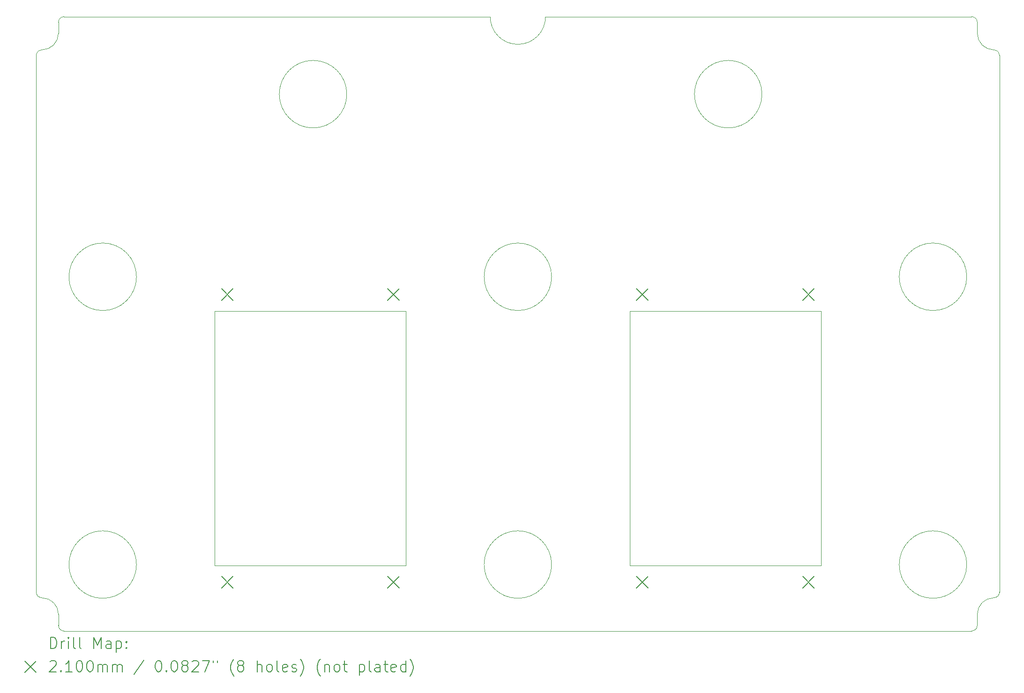
<source format=gbr>
%TF.GenerationSoftware,KiCad,Pcbnew,8.0.4+1*%
%TF.CreationDate,2024-10-06T15:40:00+00:00*%
%TF.ProjectId,pedalboard-display,70656461-6c62-46f6-9172-642d64697370,0.0.0-RC1*%
%TF.SameCoordinates,Original*%
%TF.FileFunction,Drillmap*%
%TF.FilePolarity,Positive*%
%FSLAX45Y45*%
G04 Gerber Fmt 4.5, Leading zero omitted, Abs format (unit mm)*
G04 Created by KiCad (PCBNEW 8.0.4+1) date 2024-10-06 15:40:00*
%MOMM*%
%LPD*%
G01*
G04 APERTURE LIST*
%ADD10C,0.100000*%
%ADD11C,0.050000*%
%ADD12C,0.200000*%
%ADD13C,0.210000*%
G04 APERTURE END LIST*
D10*
X2500000Y-13600000D02*
X11200000Y-13600000D01*
X18810000Y-12400000D02*
G75*
G02*
X17590000Y-12400000I-610000J0D01*
G01*
X17590000Y-12400000D02*
G75*
G02*
X18810000Y-12400000I610000J0D01*
G01*
X2400000Y-2600000D02*
G75*
G02*
X2500000Y-2500000I100000J0D01*
G01*
X2000000Y-3200000D02*
G75*
G02*
X2100000Y-3100000I100000J0D01*
G01*
X12420000Y-2500000D02*
X18900000Y-2500000D01*
X2400000Y-13300000D02*
X2400000Y-13500000D01*
X19000000Y-2600000D02*
X19000000Y-2800000D01*
X19300000Y-3100000D02*
G75*
G02*
X19400000Y-3200000I0J-100000D01*
G01*
X2100000Y-13000000D02*
G75*
G02*
X2000000Y-12900000I0J100000D01*
G01*
X11200000Y-2500000D02*
G75*
G02*
X10200000Y-2500000I-500000J0D01*
G01*
X11200000Y-13600000D02*
X18900000Y-13600000D01*
X15110000Y-3900000D02*
G75*
G02*
X13890000Y-3900000I-610000J0D01*
G01*
X13890000Y-3900000D02*
G75*
G02*
X15110000Y-3900000I610000J0D01*
G01*
X2400000Y-2800000D02*
G75*
G02*
X2100000Y-3100000I-300000J0D01*
G01*
X9420000Y-2500000D02*
X10200000Y-2500000D01*
X7610000Y-3900000D02*
G75*
G02*
X6390000Y-3900000I-610000J0D01*
G01*
X6390000Y-3900000D02*
G75*
G02*
X7610000Y-3900000I610000J0D01*
G01*
X18810000Y-7200000D02*
G75*
G02*
X17590000Y-7200000I-610000J0D01*
G01*
X17590000Y-7200000D02*
G75*
G02*
X18810000Y-7200000I610000J0D01*
G01*
X3810000Y-12400000D02*
G75*
G02*
X2590000Y-12400000I-610000J0D01*
G01*
X2590000Y-12400000D02*
G75*
G02*
X3810000Y-12400000I610000J0D01*
G01*
X11310000Y-7200000D02*
G75*
G02*
X10090000Y-7200000I-610000J0D01*
G01*
X10090000Y-7200000D02*
G75*
G02*
X11310000Y-7200000I610000J0D01*
G01*
X19400000Y-3200000D02*
X19400000Y-12900000D01*
X19000000Y-13500000D02*
G75*
G02*
X18900000Y-13600000I-100000J0D01*
G01*
X3810000Y-7200000D02*
G75*
G02*
X2590000Y-7200000I-610000J0D01*
G01*
X2590000Y-7200000D02*
G75*
G02*
X3810000Y-7200000I610000J0D01*
G01*
X11200000Y-2500000D02*
X12420000Y-2500000D01*
X2500000Y-13600000D02*
G75*
G02*
X2400000Y-13500000I0J100000D01*
G01*
X19400000Y-12900000D02*
G75*
G02*
X19300000Y-13000000I-100000J0D01*
G01*
X18900000Y-2500000D02*
G75*
G02*
X19000000Y-2600000I0J-100000D01*
G01*
X19300000Y-3100000D02*
G75*
G02*
X19000000Y-2800000I0J300000D01*
G01*
X2000000Y-12900000D02*
X2000000Y-3200000D01*
X9420000Y-2500000D02*
X2500000Y-2500000D01*
X19000000Y-13300000D02*
X19000000Y-13500000D01*
X19000000Y-13300000D02*
G75*
G02*
X19300000Y-13000000I300000J0D01*
G01*
X2400000Y-2600000D02*
X2400000Y-2800000D01*
X11310000Y-12400000D02*
G75*
G02*
X10090000Y-12400000I-610000J0D01*
G01*
X10090000Y-12400000D02*
G75*
G02*
X11310000Y-12400000I610000J0D01*
G01*
X2100000Y-13000000D02*
G75*
G02*
X2400000Y-13300000I0J-300000D01*
G01*
D11*
X5220000Y-7820000D02*
X8680000Y-7820000D01*
X8680000Y-12420000D01*
X5220000Y-12420000D01*
X5220000Y-7820000D01*
X12720000Y-7820000D02*
X16180000Y-7820000D01*
X16180000Y-12420000D01*
X12720000Y-12420000D01*
X12720000Y-7820000D01*
D12*
D13*
X5345000Y-7415000D02*
X5555000Y-7625000D01*
X5555000Y-7415000D02*
X5345000Y-7625000D01*
X5345000Y-12615000D02*
X5555000Y-12825000D01*
X5555000Y-12615000D02*
X5345000Y-12825000D01*
X8345000Y-7415000D02*
X8555000Y-7625000D01*
X8555000Y-7415000D02*
X8345000Y-7625000D01*
X8345000Y-12615000D02*
X8555000Y-12825000D01*
X8555000Y-12615000D02*
X8345000Y-12825000D01*
X12845000Y-7415000D02*
X13055000Y-7625000D01*
X13055000Y-7415000D02*
X12845000Y-7625000D01*
X12845000Y-12615000D02*
X13055000Y-12825000D01*
X13055000Y-12615000D02*
X12845000Y-12825000D01*
X15845000Y-7415000D02*
X16055000Y-7625000D01*
X16055000Y-7415000D02*
X15845000Y-7625000D01*
X15845000Y-12615000D02*
X16055000Y-12825000D01*
X16055000Y-12615000D02*
X15845000Y-12825000D01*
D12*
X2255777Y-13916484D02*
X2255777Y-13716484D01*
X2255777Y-13716484D02*
X2303396Y-13716484D01*
X2303396Y-13716484D02*
X2331967Y-13726008D01*
X2331967Y-13726008D02*
X2351015Y-13745055D01*
X2351015Y-13745055D02*
X2360539Y-13764103D01*
X2360539Y-13764103D02*
X2370063Y-13802198D01*
X2370063Y-13802198D02*
X2370063Y-13830769D01*
X2370063Y-13830769D02*
X2360539Y-13868865D01*
X2360539Y-13868865D02*
X2351015Y-13887912D01*
X2351015Y-13887912D02*
X2331967Y-13906960D01*
X2331967Y-13906960D02*
X2303396Y-13916484D01*
X2303396Y-13916484D02*
X2255777Y-13916484D01*
X2455777Y-13916484D02*
X2455777Y-13783150D01*
X2455777Y-13821246D02*
X2465301Y-13802198D01*
X2465301Y-13802198D02*
X2474824Y-13792674D01*
X2474824Y-13792674D02*
X2493872Y-13783150D01*
X2493872Y-13783150D02*
X2512920Y-13783150D01*
X2579586Y-13916484D02*
X2579586Y-13783150D01*
X2579586Y-13716484D02*
X2570063Y-13726008D01*
X2570063Y-13726008D02*
X2579586Y-13735531D01*
X2579586Y-13735531D02*
X2589110Y-13726008D01*
X2589110Y-13726008D02*
X2579586Y-13716484D01*
X2579586Y-13716484D02*
X2579586Y-13735531D01*
X2703396Y-13916484D02*
X2684348Y-13906960D01*
X2684348Y-13906960D02*
X2674824Y-13887912D01*
X2674824Y-13887912D02*
X2674824Y-13716484D01*
X2808158Y-13916484D02*
X2789110Y-13906960D01*
X2789110Y-13906960D02*
X2779586Y-13887912D01*
X2779586Y-13887912D02*
X2779586Y-13716484D01*
X3036729Y-13916484D02*
X3036729Y-13716484D01*
X3036729Y-13716484D02*
X3103396Y-13859341D01*
X3103396Y-13859341D02*
X3170062Y-13716484D01*
X3170062Y-13716484D02*
X3170062Y-13916484D01*
X3351015Y-13916484D02*
X3351015Y-13811722D01*
X3351015Y-13811722D02*
X3341491Y-13792674D01*
X3341491Y-13792674D02*
X3322443Y-13783150D01*
X3322443Y-13783150D02*
X3284348Y-13783150D01*
X3284348Y-13783150D02*
X3265301Y-13792674D01*
X3351015Y-13906960D02*
X3331967Y-13916484D01*
X3331967Y-13916484D02*
X3284348Y-13916484D01*
X3284348Y-13916484D02*
X3265301Y-13906960D01*
X3265301Y-13906960D02*
X3255777Y-13887912D01*
X3255777Y-13887912D02*
X3255777Y-13868865D01*
X3255777Y-13868865D02*
X3265301Y-13849817D01*
X3265301Y-13849817D02*
X3284348Y-13840293D01*
X3284348Y-13840293D02*
X3331967Y-13840293D01*
X3331967Y-13840293D02*
X3351015Y-13830769D01*
X3446253Y-13783150D02*
X3446253Y-13983150D01*
X3446253Y-13792674D02*
X3465301Y-13783150D01*
X3465301Y-13783150D02*
X3503396Y-13783150D01*
X3503396Y-13783150D02*
X3522443Y-13792674D01*
X3522443Y-13792674D02*
X3531967Y-13802198D01*
X3531967Y-13802198D02*
X3541491Y-13821246D01*
X3541491Y-13821246D02*
X3541491Y-13878388D01*
X3541491Y-13878388D02*
X3531967Y-13897436D01*
X3531967Y-13897436D02*
X3522443Y-13906960D01*
X3522443Y-13906960D02*
X3503396Y-13916484D01*
X3503396Y-13916484D02*
X3465301Y-13916484D01*
X3465301Y-13916484D02*
X3446253Y-13906960D01*
X3627205Y-13897436D02*
X3636729Y-13906960D01*
X3636729Y-13906960D02*
X3627205Y-13916484D01*
X3627205Y-13916484D02*
X3617682Y-13906960D01*
X3617682Y-13906960D02*
X3627205Y-13897436D01*
X3627205Y-13897436D02*
X3627205Y-13916484D01*
X3627205Y-13792674D02*
X3636729Y-13802198D01*
X3636729Y-13802198D02*
X3627205Y-13811722D01*
X3627205Y-13811722D02*
X3617682Y-13802198D01*
X3617682Y-13802198D02*
X3627205Y-13792674D01*
X3627205Y-13792674D02*
X3627205Y-13811722D01*
X1795000Y-14145000D02*
X1995000Y-14345000D01*
X1995000Y-14145000D02*
X1795000Y-14345000D01*
X2246253Y-14155531D02*
X2255777Y-14146008D01*
X2255777Y-14146008D02*
X2274824Y-14136484D01*
X2274824Y-14136484D02*
X2322444Y-14136484D01*
X2322444Y-14136484D02*
X2341491Y-14146008D01*
X2341491Y-14146008D02*
X2351015Y-14155531D01*
X2351015Y-14155531D02*
X2360539Y-14174579D01*
X2360539Y-14174579D02*
X2360539Y-14193627D01*
X2360539Y-14193627D02*
X2351015Y-14222198D01*
X2351015Y-14222198D02*
X2236729Y-14336484D01*
X2236729Y-14336484D02*
X2360539Y-14336484D01*
X2446253Y-14317436D02*
X2455777Y-14326960D01*
X2455777Y-14326960D02*
X2446253Y-14336484D01*
X2446253Y-14336484D02*
X2436729Y-14326960D01*
X2436729Y-14326960D02*
X2446253Y-14317436D01*
X2446253Y-14317436D02*
X2446253Y-14336484D01*
X2646253Y-14336484D02*
X2531967Y-14336484D01*
X2589110Y-14336484D02*
X2589110Y-14136484D01*
X2589110Y-14136484D02*
X2570063Y-14165055D01*
X2570063Y-14165055D02*
X2551015Y-14184103D01*
X2551015Y-14184103D02*
X2531967Y-14193627D01*
X2770063Y-14136484D02*
X2789110Y-14136484D01*
X2789110Y-14136484D02*
X2808158Y-14146008D01*
X2808158Y-14146008D02*
X2817682Y-14155531D01*
X2817682Y-14155531D02*
X2827205Y-14174579D01*
X2827205Y-14174579D02*
X2836729Y-14212674D01*
X2836729Y-14212674D02*
X2836729Y-14260293D01*
X2836729Y-14260293D02*
X2827205Y-14298388D01*
X2827205Y-14298388D02*
X2817682Y-14317436D01*
X2817682Y-14317436D02*
X2808158Y-14326960D01*
X2808158Y-14326960D02*
X2789110Y-14336484D01*
X2789110Y-14336484D02*
X2770063Y-14336484D01*
X2770063Y-14336484D02*
X2751015Y-14326960D01*
X2751015Y-14326960D02*
X2741491Y-14317436D01*
X2741491Y-14317436D02*
X2731967Y-14298388D01*
X2731967Y-14298388D02*
X2722444Y-14260293D01*
X2722444Y-14260293D02*
X2722444Y-14212674D01*
X2722444Y-14212674D02*
X2731967Y-14174579D01*
X2731967Y-14174579D02*
X2741491Y-14155531D01*
X2741491Y-14155531D02*
X2751015Y-14146008D01*
X2751015Y-14146008D02*
X2770063Y-14136484D01*
X2960539Y-14136484D02*
X2979586Y-14136484D01*
X2979586Y-14136484D02*
X2998634Y-14146008D01*
X2998634Y-14146008D02*
X3008158Y-14155531D01*
X3008158Y-14155531D02*
X3017682Y-14174579D01*
X3017682Y-14174579D02*
X3027205Y-14212674D01*
X3027205Y-14212674D02*
X3027205Y-14260293D01*
X3027205Y-14260293D02*
X3017682Y-14298388D01*
X3017682Y-14298388D02*
X3008158Y-14317436D01*
X3008158Y-14317436D02*
X2998634Y-14326960D01*
X2998634Y-14326960D02*
X2979586Y-14336484D01*
X2979586Y-14336484D02*
X2960539Y-14336484D01*
X2960539Y-14336484D02*
X2941491Y-14326960D01*
X2941491Y-14326960D02*
X2931967Y-14317436D01*
X2931967Y-14317436D02*
X2922443Y-14298388D01*
X2922443Y-14298388D02*
X2912920Y-14260293D01*
X2912920Y-14260293D02*
X2912920Y-14212674D01*
X2912920Y-14212674D02*
X2922443Y-14174579D01*
X2922443Y-14174579D02*
X2931967Y-14155531D01*
X2931967Y-14155531D02*
X2941491Y-14146008D01*
X2941491Y-14146008D02*
X2960539Y-14136484D01*
X3112920Y-14336484D02*
X3112920Y-14203150D01*
X3112920Y-14222198D02*
X3122443Y-14212674D01*
X3122443Y-14212674D02*
X3141491Y-14203150D01*
X3141491Y-14203150D02*
X3170063Y-14203150D01*
X3170063Y-14203150D02*
X3189110Y-14212674D01*
X3189110Y-14212674D02*
X3198634Y-14231722D01*
X3198634Y-14231722D02*
X3198634Y-14336484D01*
X3198634Y-14231722D02*
X3208158Y-14212674D01*
X3208158Y-14212674D02*
X3227205Y-14203150D01*
X3227205Y-14203150D02*
X3255777Y-14203150D01*
X3255777Y-14203150D02*
X3274824Y-14212674D01*
X3274824Y-14212674D02*
X3284348Y-14231722D01*
X3284348Y-14231722D02*
X3284348Y-14336484D01*
X3379586Y-14336484D02*
X3379586Y-14203150D01*
X3379586Y-14222198D02*
X3389110Y-14212674D01*
X3389110Y-14212674D02*
X3408158Y-14203150D01*
X3408158Y-14203150D02*
X3436729Y-14203150D01*
X3436729Y-14203150D02*
X3455777Y-14212674D01*
X3455777Y-14212674D02*
X3465301Y-14231722D01*
X3465301Y-14231722D02*
X3465301Y-14336484D01*
X3465301Y-14231722D02*
X3474824Y-14212674D01*
X3474824Y-14212674D02*
X3493872Y-14203150D01*
X3493872Y-14203150D02*
X3522443Y-14203150D01*
X3522443Y-14203150D02*
X3541491Y-14212674D01*
X3541491Y-14212674D02*
X3551015Y-14231722D01*
X3551015Y-14231722D02*
X3551015Y-14336484D01*
X3941491Y-14126960D02*
X3770063Y-14384103D01*
X4198634Y-14136484D02*
X4217682Y-14136484D01*
X4217682Y-14136484D02*
X4236729Y-14146008D01*
X4236729Y-14146008D02*
X4246253Y-14155531D01*
X4246253Y-14155531D02*
X4255777Y-14174579D01*
X4255777Y-14174579D02*
X4265301Y-14212674D01*
X4265301Y-14212674D02*
X4265301Y-14260293D01*
X4265301Y-14260293D02*
X4255777Y-14298388D01*
X4255777Y-14298388D02*
X4246253Y-14317436D01*
X4246253Y-14317436D02*
X4236729Y-14326960D01*
X4236729Y-14326960D02*
X4217682Y-14336484D01*
X4217682Y-14336484D02*
X4198634Y-14336484D01*
X4198634Y-14336484D02*
X4179586Y-14326960D01*
X4179586Y-14326960D02*
X4170063Y-14317436D01*
X4170063Y-14317436D02*
X4160539Y-14298388D01*
X4160539Y-14298388D02*
X4151015Y-14260293D01*
X4151015Y-14260293D02*
X4151015Y-14212674D01*
X4151015Y-14212674D02*
X4160539Y-14174579D01*
X4160539Y-14174579D02*
X4170063Y-14155531D01*
X4170063Y-14155531D02*
X4179586Y-14146008D01*
X4179586Y-14146008D02*
X4198634Y-14136484D01*
X4351015Y-14317436D02*
X4360539Y-14326960D01*
X4360539Y-14326960D02*
X4351015Y-14336484D01*
X4351015Y-14336484D02*
X4341491Y-14326960D01*
X4341491Y-14326960D02*
X4351015Y-14317436D01*
X4351015Y-14317436D02*
X4351015Y-14336484D01*
X4484348Y-14136484D02*
X4503396Y-14136484D01*
X4503396Y-14136484D02*
X4522444Y-14146008D01*
X4522444Y-14146008D02*
X4531968Y-14155531D01*
X4531968Y-14155531D02*
X4541491Y-14174579D01*
X4541491Y-14174579D02*
X4551015Y-14212674D01*
X4551015Y-14212674D02*
X4551015Y-14260293D01*
X4551015Y-14260293D02*
X4541491Y-14298388D01*
X4541491Y-14298388D02*
X4531968Y-14317436D01*
X4531968Y-14317436D02*
X4522444Y-14326960D01*
X4522444Y-14326960D02*
X4503396Y-14336484D01*
X4503396Y-14336484D02*
X4484348Y-14336484D01*
X4484348Y-14336484D02*
X4465301Y-14326960D01*
X4465301Y-14326960D02*
X4455777Y-14317436D01*
X4455777Y-14317436D02*
X4446253Y-14298388D01*
X4446253Y-14298388D02*
X4436729Y-14260293D01*
X4436729Y-14260293D02*
X4436729Y-14212674D01*
X4436729Y-14212674D02*
X4446253Y-14174579D01*
X4446253Y-14174579D02*
X4455777Y-14155531D01*
X4455777Y-14155531D02*
X4465301Y-14146008D01*
X4465301Y-14146008D02*
X4484348Y-14136484D01*
X4665301Y-14222198D02*
X4646253Y-14212674D01*
X4646253Y-14212674D02*
X4636729Y-14203150D01*
X4636729Y-14203150D02*
X4627206Y-14184103D01*
X4627206Y-14184103D02*
X4627206Y-14174579D01*
X4627206Y-14174579D02*
X4636729Y-14155531D01*
X4636729Y-14155531D02*
X4646253Y-14146008D01*
X4646253Y-14146008D02*
X4665301Y-14136484D01*
X4665301Y-14136484D02*
X4703396Y-14136484D01*
X4703396Y-14136484D02*
X4722444Y-14146008D01*
X4722444Y-14146008D02*
X4731968Y-14155531D01*
X4731968Y-14155531D02*
X4741491Y-14174579D01*
X4741491Y-14174579D02*
X4741491Y-14184103D01*
X4741491Y-14184103D02*
X4731968Y-14203150D01*
X4731968Y-14203150D02*
X4722444Y-14212674D01*
X4722444Y-14212674D02*
X4703396Y-14222198D01*
X4703396Y-14222198D02*
X4665301Y-14222198D01*
X4665301Y-14222198D02*
X4646253Y-14231722D01*
X4646253Y-14231722D02*
X4636729Y-14241246D01*
X4636729Y-14241246D02*
X4627206Y-14260293D01*
X4627206Y-14260293D02*
X4627206Y-14298388D01*
X4627206Y-14298388D02*
X4636729Y-14317436D01*
X4636729Y-14317436D02*
X4646253Y-14326960D01*
X4646253Y-14326960D02*
X4665301Y-14336484D01*
X4665301Y-14336484D02*
X4703396Y-14336484D01*
X4703396Y-14336484D02*
X4722444Y-14326960D01*
X4722444Y-14326960D02*
X4731968Y-14317436D01*
X4731968Y-14317436D02*
X4741491Y-14298388D01*
X4741491Y-14298388D02*
X4741491Y-14260293D01*
X4741491Y-14260293D02*
X4731968Y-14241246D01*
X4731968Y-14241246D02*
X4722444Y-14231722D01*
X4722444Y-14231722D02*
X4703396Y-14222198D01*
X4817682Y-14155531D02*
X4827206Y-14146008D01*
X4827206Y-14146008D02*
X4846253Y-14136484D01*
X4846253Y-14136484D02*
X4893872Y-14136484D01*
X4893872Y-14136484D02*
X4912920Y-14146008D01*
X4912920Y-14146008D02*
X4922444Y-14155531D01*
X4922444Y-14155531D02*
X4931968Y-14174579D01*
X4931968Y-14174579D02*
X4931968Y-14193627D01*
X4931968Y-14193627D02*
X4922444Y-14222198D01*
X4922444Y-14222198D02*
X4808158Y-14336484D01*
X4808158Y-14336484D02*
X4931968Y-14336484D01*
X4998634Y-14136484D02*
X5131968Y-14136484D01*
X5131968Y-14136484D02*
X5046253Y-14336484D01*
X5198634Y-14136484D02*
X5198634Y-14174579D01*
X5274825Y-14136484D02*
X5274825Y-14174579D01*
X5570063Y-14412674D02*
X5560539Y-14403150D01*
X5560539Y-14403150D02*
X5541491Y-14374579D01*
X5541491Y-14374579D02*
X5531968Y-14355531D01*
X5531968Y-14355531D02*
X5522444Y-14326960D01*
X5522444Y-14326960D02*
X5512920Y-14279341D01*
X5512920Y-14279341D02*
X5512920Y-14241246D01*
X5512920Y-14241246D02*
X5522444Y-14193627D01*
X5522444Y-14193627D02*
X5531968Y-14165055D01*
X5531968Y-14165055D02*
X5541491Y-14146008D01*
X5541491Y-14146008D02*
X5560539Y-14117436D01*
X5560539Y-14117436D02*
X5570063Y-14107912D01*
X5674825Y-14222198D02*
X5655777Y-14212674D01*
X5655777Y-14212674D02*
X5646253Y-14203150D01*
X5646253Y-14203150D02*
X5636729Y-14184103D01*
X5636729Y-14184103D02*
X5636729Y-14174579D01*
X5636729Y-14174579D02*
X5646253Y-14155531D01*
X5646253Y-14155531D02*
X5655777Y-14146008D01*
X5655777Y-14146008D02*
X5674825Y-14136484D01*
X5674825Y-14136484D02*
X5712920Y-14136484D01*
X5712920Y-14136484D02*
X5731968Y-14146008D01*
X5731968Y-14146008D02*
X5741491Y-14155531D01*
X5741491Y-14155531D02*
X5751015Y-14174579D01*
X5751015Y-14174579D02*
X5751015Y-14184103D01*
X5751015Y-14184103D02*
X5741491Y-14203150D01*
X5741491Y-14203150D02*
X5731968Y-14212674D01*
X5731968Y-14212674D02*
X5712920Y-14222198D01*
X5712920Y-14222198D02*
X5674825Y-14222198D01*
X5674825Y-14222198D02*
X5655777Y-14231722D01*
X5655777Y-14231722D02*
X5646253Y-14241246D01*
X5646253Y-14241246D02*
X5636729Y-14260293D01*
X5636729Y-14260293D02*
X5636729Y-14298388D01*
X5636729Y-14298388D02*
X5646253Y-14317436D01*
X5646253Y-14317436D02*
X5655777Y-14326960D01*
X5655777Y-14326960D02*
X5674825Y-14336484D01*
X5674825Y-14336484D02*
X5712920Y-14336484D01*
X5712920Y-14336484D02*
X5731968Y-14326960D01*
X5731968Y-14326960D02*
X5741491Y-14317436D01*
X5741491Y-14317436D02*
X5751015Y-14298388D01*
X5751015Y-14298388D02*
X5751015Y-14260293D01*
X5751015Y-14260293D02*
X5741491Y-14241246D01*
X5741491Y-14241246D02*
X5731968Y-14231722D01*
X5731968Y-14231722D02*
X5712920Y-14222198D01*
X5989110Y-14336484D02*
X5989110Y-14136484D01*
X6074825Y-14336484D02*
X6074825Y-14231722D01*
X6074825Y-14231722D02*
X6065301Y-14212674D01*
X6065301Y-14212674D02*
X6046253Y-14203150D01*
X6046253Y-14203150D02*
X6017682Y-14203150D01*
X6017682Y-14203150D02*
X5998634Y-14212674D01*
X5998634Y-14212674D02*
X5989110Y-14222198D01*
X6198634Y-14336484D02*
X6179587Y-14326960D01*
X6179587Y-14326960D02*
X6170063Y-14317436D01*
X6170063Y-14317436D02*
X6160539Y-14298388D01*
X6160539Y-14298388D02*
X6160539Y-14241246D01*
X6160539Y-14241246D02*
X6170063Y-14222198D01*
X6170063Y-14222198D02*
X6179587Y-14212674D01*
X6179587Y-14212674D02*
X6198634Y-14203150D01*
X6198634Y-14203150D02*
X6227206Y-14203150D01*
X6227206Y-14203150D02*
X6246253Y-14212674D01*
X6246253Y-14212674D02*
X6255777Y-14222198D01*
X6255777Y-14222198D02*
X6265301Y-14241246D01*
X6265301Y-14241246D02*
X6265301Y-14298388D01*
X6265301Y-14298388D02*
X6255777Y-14317436D01*
X6255777Y-14317436D02*
X6246253Y-14326960D01*
X6246253Y-14326960D02*
X6227206Y-14336484D01*
X6227206Y-14336484D02*
X6198634Y-14336484D01*
X6379587Y-14336484D02*
X6360539Y-14326960D01*
X6360539Y-14326960D02*
X6351015Y-14307912D01*
X6351015Y-14307912D02*
X6351015Y-14136484D01*
X6531968Y-14326960D02*
X6512920Y-14336484D01*
X6512920Y-14336484D02*
X6474825Y-14336484D01*
X6474825Y-14336484D02*
X6455777Y-14326960D01*
X6455777Y-14326960D02*
X6446253Y-14307912D01*
X6446253Y-14307912D02*
X6446253Y-14231722D01*
X6446253Y-14231722D02*
X6455777Y-14212674D01*
X6455777Y-14212674D02*
X6474825Y-14203150D01*
X6474825Y-14203150D02*
X6512920Y-14203150D01*
X6512920Y-14203150D02*
X6531968Y-14212674D01*
X6531968Y-14212674D02*
X6541491Y-14231722D01*
X6541491Y-14231722D02*
X6541491Y-14250769D01*
X6541491Y-14250769D02*
X6446253Y-14269817D01*
X6617682Y-14326960D02*
X6636730Y-14336484D01*
X6636730Y-14336484D02*
X6674825Y-14336484D01*
X6674825Y-14336484D02*
X6693872Y-14326960D01*
X6693872Y-14326960D02*
X6703396Y-14307912D01*
X6703396Y-14307912D02*
X6703396Y-14298388D01*
X6703396Y-14298388D02*
X6693872Y-14279341D01*
X6693872Y-14279341D02*
X6674825Y-14269817D01*
X6674825Y-14269817D02*
X6646253Y-14269817D01*
X6646253Y-14269817D02*
X6627206Y-14260293D01*
X6627206Y-14260293D02*
X6617682Y-14241246D01*
X6617682Y-14241246D02*
X6617682Y-14231722D01*
X6617682Y-14231722D02*
X6627206Y-14212674D01*
X6627206Y-14212674D02*
X6646253Y-14203150D01*
X6646253Y-14203150D02*
X6674825Y-14203150D01*
X6674825Y-14203150D02*
X6693872Y-14212674D01*
X6770063Y-14412674D02*
X6779587Y-14403150D01*
X6779587Y-14403150D02*
X6798634Y-14374579D01*
X6798634Y-14374579D02*
X6808158Y-14355531D01*
X6808158Y-14355531D02*
X6817682Y-14326960D01*
X6817682Y-14326960D02*
X6827206Y-14279341D01*
X6827206Y-14279341D02*
X6827206Y-14241246D01*
X6827206Y-14241246D02*
X6817682Y-14193627D01*
X6817682Y-14193627D02*
X6808158Y-14165055D01*
X6808158Y-14165055D02*
X6798634Y-14146008D01*
X6798634Y-14146008D02*
X6779587Y-14117436D01*
X6779587Y-14117436D02*
X6770063Y-14107912D01*
X7131968Y-14412674D02*
X7122444Y-14403150D01*
X7122444Y-14403150D02*
X7103396Y-14374579D01*
X7103396Y-14374579D02*
X7093872Y-14355531D01*
X7093872Y-14355531D02*
X7084349Y-14326960D01*
X7084349Y-14326960D02*
X7074825Y-14279341D01*
X7074825Y-14279341D02*
X7074825Y-14241246D01*
X7074825Y-14241246D02*
X7084349Y-14193627D01*
X7084349Y-14193627D02*
X7093872Y-14165055D01*
X7093872Y-14165055D02*
X7103396Y-14146008D01*
X7103396Y-14146008D02*
X7122444Y-14117436D01*
X7122444Y-14117436D02*
X7131968Y-14107912D01*
X7208158Y-14203150D02*
X7208158Y-14336484D01*
X7208158Y-14222198D02*
X7217682Y-14212674D01*
X7217682Y-14212674D02*
X7236730Y-14203150D01*
X7236730Y-14203150D02*
X7265301Y-14203150D01*
X7265301Y-14203150D02*
X7284349Y-14212674D01*
X7284349Y-14212674D02*
X7293872Y-14231722D01*
X7293872Y-14231722D02*
X7293872Y-14336484D01*
X7417682Y-14336484D02*
X7398634Y-14326960D01*
X7398634Y-14326960D02*
X7389111Y-14317436D01*
X7389111Y-14317436D02*
X7379587Y-14298388D01*
X7379587Y-14298388D02*
X7379587Y-14241246D01*
X7379587Y-14241246D02*
X7389111Y-14222198D01*
X7389111Y-14222198D02*
X7398634Y-14212674D01*
X7398634Y-14212674D02*
X7417682Y-14203150D01*
X7417682Y-14203150D02*
X7446253Y-14203150D01*
X7446253Y-14203150D02*
X7465301Y-14212674D01*
X7465301Y-14212674D02*
X7474825Y-14222198D01*
X7474825Y-14222198D02*
X7484349Y-14241246D01*
X7484349Y-14241246D02*
X7484349Y-14298388D01*
X7484349Y-14298388D02*
X7474825Y-14317436D01*
X7474825Y-14317436D02*
X7465301Y-14326960D01*
X7465301Y-14326960D02*
X7446253Y-14336484D01*
X7446253Y-14336484D02*
X7417682Y-14336484D01*
X7541492Y-14203150D02*
X7617682Y-14203150D01*
X7570063Y-14136484D02*
X7570063Y-14307912D01*
X7570063Y-14307912D02*
X7579587Y-14326960D01*
X7579587Y-14326960D02*
X7598634Y-14336484D01*
X7598634Y-14336484D02*
X7617682Y-14336484D01*
X7836730Y-14203150D02*
X7836730Y-14403150D01*
X7836730Y-14212674D02*
X7855777Y-14203150D01*
X7855777Y-14203150D02*
X7893873Y-14203150D01*
X7893873Y-14203150D02*
X7912920Y-14212674D01*
X7912920Y-14212674D02*
X7922444Y-14222198D01*
X7922444Y-14222198D02*
X7931968Y-14241246D01*
X7931968Y-14241246D02*
X7931968Y-14298388D01*
X7931968Y-14298388D02*
X7922444Y-14317436D01*
X7922444Y-14317436D02*
X7912920Y-14326960D01*
X7912920Y-14326960D02*
X7893873Y-14336484D01*
X7893873Y-14336484D02*
X7855777Y-14336484D01*
X7855777Y-14336484D02*
X7836730Y-14326960D01*
X8046253Y-14336484D02*
X8027206Y-14326960D01*
X8027206Y-14326960D02*
X8017682Y-14307912D01*
X8017682Y-14307912D02*
X8017682Y-14136484D01*
X8208158Y-14336484D02*
X8208158Y-14231722D01*
X8208158Y-14231722D02*
X8198634Y-14212674D01*
X8198634Y-14212674D02*
X8179587Y-14203150D01*
X8179587Y-14203150D02*
X8141492Y-14203150D01*
X8141492Y-14203150D02*
X8122444Y-14212674D01*
X8208158Y-14326960D02*
X8189111Y-14336484D01*
X8189111Y-14336484D02*
X8141492Y-14336484D01*
X8141492Y-14336484D02*
X8122444Y-14326960D01*
X8122444Y-14326960D02*
X8112920Y-14307912D01*
X8112920Y-14307912D02*
X8112920Y-14288865D01*
X8112920Y-14288865D02*
X8122444Y-14269817D01*
X8122444Y-14269817D02*
X8141492Y-14260293D01*
X8141492Y-14260293D02*
X8189111Y-14260293D01*
X8189111Y-14260293D02*
X8208158Y-14250769D01*
X8274825Y-14203150D02*
X8351015Y-14203150D01*
X8303396Y-14136484D02*
X8303396Y-14307912D01*
X8303396Y-14307912D02*
X8312920Y-14326960D01*
X8312920Y-14326960D02*
X8331968Y-14336484D01*
X8331968Y-14336484D02*
X8351015Y-14336484D01*
X8493873Y-14326960D02*
X8474825Y-14336484D01*
X8474825Y-14336484D02*
X8436730Y-14336484D01*
X8436730Y-14336484D02*
X8417682Y-14326960D01*
X8417682Y-14326960D02*
X8408158Y-14307912D01*
X8408158Y-14307912D02*
X8408158Y-14231722D01*
X8408158Y-14231722D02*
X8417682Y-14212674D01*
X8417682Y-14212674D02*
X8436730Y-14203150D01*
X8436730Y-14203150D02*
X8474825Y-14203150D01*
X8474825Y-14203150D02*
X8493873Y-14212674D01*
X8493873Y-14212674D02*
X8503396Y-14231722D01*
X8503396Y-14231722D02*
X8503396Y-14250769D01*
X8503396Y-14250769D02*
X8408158Y-14269817D01*
X8674825Y-14336484D02*
X8674825Y-14136484D01*
X8674825Y-14326960D02*
X8655777Y-14336484D01*
X8655777Y-14336484D02*
X8617682Y-14336484D01*
X8617682Y-14336484D02*
X8598635Y-14326960D01*
X8598635Y-14326960D02*
X8589111Y-14317436D01*
X8589111Y-14317436D02*
X8579587Y-14298388D01*
X8579587Y-14298388D02*
X8579587Y-14241246D01*
X8579587Y-14241246D02*
X8589111Y-14222198D01*
X8589111Y-14222198D02*
X8598635Y-14212674D01*
X8598635Y-14212674D02*
X8617682Y-14203150D01*
X8617682Y-14203150D02*
X8655777Y-14203150D01*
X8655777Y-14203150D02*
X8674825Y-14212674D01*
X8751016Y-14412674D02*
X8760539Y-14403150D01*
X8760539Y-14403150D02*
X8779587Y-14374579D01*
X8779587Y-14374579D02*
X8789111Y-14355531D01*
X8789111Y-14355531D02*
X8798635Y-14326960D01*
X8798635Y-14326960D02*
X8808158Y-14279341D01*
X8808158Y-14279341D02*
X8808158Y-14241246D01*
X8808158Y-14241246D02*
X8798635Y-14193627D01*
X8798635Y-14193627D02*
X8789111Y-14165055D01*
X8789111Y-14165055D02*
X8779587Y-14146008D01*
X8779587Y-14146008D02*
X8760539Y-14117436D01*
X8760539Y-14117436D02*
X8751016Y-14107912D01*
M02*

</source>
